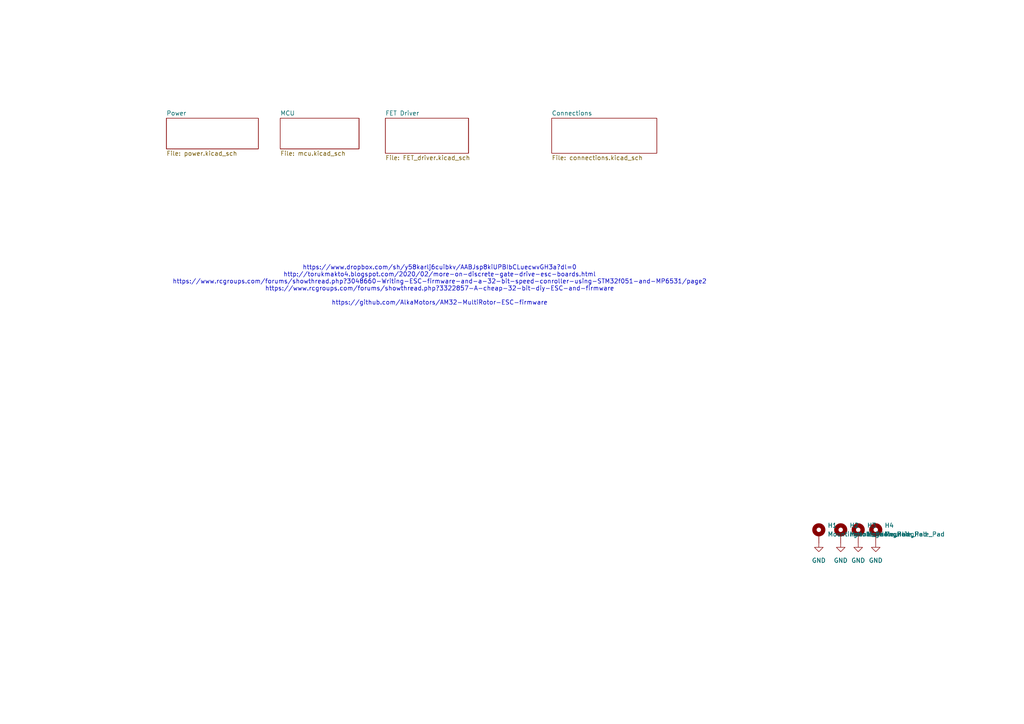
<source format=kicad_sch>
(kicad_sch (version 20231120) (generator "eeschema") (generator_version "8.0")
  (paper "A4")
  (lib_symbols
    (symbol "Mechanical:MountingHole_Pad" (pin_numbers hide) (pin_names (offset 1.016) hide) (exclude_from_sim yes) (in_bom no)
      (property "Reference" "H" (at 0 6.35 0))
      (property "Value" "MountingHole_Pad" (at 0 4.445 0))
      (symbol "MountingHole_Pad_0_1"
        (circle (center 0 1.27) (radius 1.27) (stroke (width 1.27)))
      )
      (symbol "MountingHole_Pad_1_1"
        (pin input line (at 0 -2.54 90) (length 2.54) (name "1") (number "1"))
      )
    )
    (symbol "power:GND" (power) (pin_numbers hide) (pin_names (offset 0) hide)
      (property "Value" "GND" (at 0 -3.81 0))
      (symbol "GND_0_1"
        (polyline (pts (xy 0 0) (xy 0 -1.27) (xy 1.27 -1.27) (xy 0 -2.54) (xy -1.27 -1.27) (xy 0 -1.27)))
      )
      (symbol "GND_1_1"
        (pin power_in line (at 0 0 270) (length 0) (name "~") (number "1"))
      )
    )
  )
  (text "https://www.dropbox.com/sh/y58karlj6cuibkv/AABJsp8kiUPBIbCLuecwvGH3a?dl=0\nhttp://torukmakto4.blogspot.com/2020/02/more-on-discrete-gate-drive-esc-boards.html\nhttps://www.rcgroups.com/forums/showthread.php?3048660-Writing-ESC-firmware-and-a-32-bit-speed-conroller-using-STM32f051-and-MP6531/page2\nhttps://www.rcgroups.com/forums/showthread.php?3322857-A-cheap-32-bit-diy-ESC-and-firmware\n\nhttps://github.com/AlkaMotors/AM32-MultiRotor-ESC-firmware" (at 127.508 82.804 0) (effects (font (size 1.27 1.27))))
  (symbol (lib_id "power:GND") (at 248.92 157.48 0) (unit 1)
    (property "Reference" "#PWR030" (effects (hide yes)))
    (property "Value" "GND" (at 248.92 162.56 0))
    (property "Description" "Power symbol creates a global label with name \"GND\" , ground" (effects (hide yes)))
  )
  (symbol (lib_id "power:GND") (at 243.84 157.48 0) (unit 1)
    (property "Reference" "#PWR029" (effects (hide yes)))
    (property "Value" "GND" (at 243.84 162.56 0))
    (property "Description" "Power symbol creates a global label with name \"GND\" , ground" (effects (hide yes)))
  )
  (symbol (lib_id "Mechanical:MountingHole_Pad") (at 248.92 154.94 0) (unit 1) (exclude_from_sim yes) (in_bom no)
    (property "Reference" "H3" (at 251.46 152.3999 0) (effects (justify left)))
    (property "Value" "MountingHole_Pad" (at 251.46 154.9399 0) (effects (justify left)))
    (property "Footprint" "ProjectLibrary:MountingHole_4.3mm_M4_Pad_Via_Custom" (effects (hide yes)))
    (property "Description" "Mounting Hole with connection" (effects (hide yes)))
  )
  (symbol (lib_id "Mechanical:MountingHole_Pad") (at 243.84 154.94 0) (unit 1) (exclude_from_sim yes) (in_bom no)
    (property "Reference" "H2" (at 246.38 152.3999 0) (effects (justify left)))
    (property "Value" "MountingHole_Pad" (at 246.38 154.9399 0) (effects (justify left)))
    (property "Footprint" "ProjectLibrary:MountingHole_4.3mm_M4_Pad_Via_Custom" (effects (hide yes)))
    (property "Description" "Mounting Hole with connection" (effects (hide yes)))
  )
  (symbol (lib_id "Mechanical:MountingHole_Pad") (at 254 154.94 0) (unit 1) (exclude_from_sim yes) (in_bom no)
    (property "Reference" "H4" (at 256.54 152.3999 0) (effects (justify left)))
    (property "Value" "MountingHole_Pad" (at 256.54 154.9399 0) (effects (justify left)))
    (property "Footprint" "ProjectLibrary:MountingHole_4.3mm_M4_Pad_Via_Custom" (effects (hide yes)))
    (property "Description" "Mounting Hole with connection" (effects (hide yes)))
  )
  (symbol (lib_id "power:GND") (at 254 157.48 0) (unit 1)
    (property "Reference" "#PWR031" (effects (hide yes)))
    (property "Value" "GND" (at 254 162.56 0))
    (property "Description" "Power symbol creates a global label with name \"GND\" , ground" (effects (hide yes)))
  )
  (symbol (lib_id "power:GND") (at 237.49 157.48 0) (unit 1)
    (property "Reference" "#PWR028" (effects (hide yes)))
    (property "Value" "GND" (at 237.49 162.56 0))
    (property "Description" "Power symbol creates a global label with name \"GND\" , ground" (effects (hide yes)))
  )
  (symbol (lib_id "Mechanical:MountingHole_Pad") (at 237.49 154.94 0) (unit 1) (exclude_from_sim yes) (in_bom no)
    (property "Reference" "H1" (at 240.03 152.3999 0) (effects (justify left)))
    (property "Value" "MountingHole_Pad" (at 240.03 154.9399 0) (effects (justify left)))
    (property "Footprint" "ProjectLibrary:MountingHole_4.3mm_M4_Pad_Via_Custom" (effects (hide yes)))
    (property "Description" "Mounting Hole with connection" (effects (hide yes)))
  )
  (sheet (at 111.76 34.29) (size 24.13 10.16) (stroke (width 0.1524))
    (property "Sheetname" "FET Driver" (at 111.76 33.5784 0) (effects (justify left bottom)))
    (property "Sheetfile" "FET_driver.kicad_sch" (at 111.76 45.0346 0) (effects (justify left top)))
  )
  (sheet (at 81.28 34.29) (size 22.86 8.89) (stroke (width 0.1524))
    (property "Sheetname" "MCU" (at 81.28 33.5784 0) (effects (justify left bottom)))
    (property "Sheetfile" "mcu.kicad_sch" (at 81.28 43.7646 0) (effects (justify left top)))
  )
  (sheet (at 160.02 34.29) (size 30.48 10.16) (stroke (width 0.1524))
    (property "Sheetname" "Connections" (at 160.02 33.5784 0) (effects (justify left bottom)))
    (property "Sheetfile" "connections.kicad_sch" (at 160.02 45.0346 0) (effects (justify left top)))
  )
  (sheet (at 48.26 34.29) (size 26.67 8.89) (stroke (width 0.1524))
    (property "Sheetname" "Power" (at 48.26 33.5784 0) (effects (justify left bottom)))
    (property "Sheetfile" "power.kicad_sch" (at 48.26 43.7646 0) (effects (justify left top)))
  )
)
</source>
